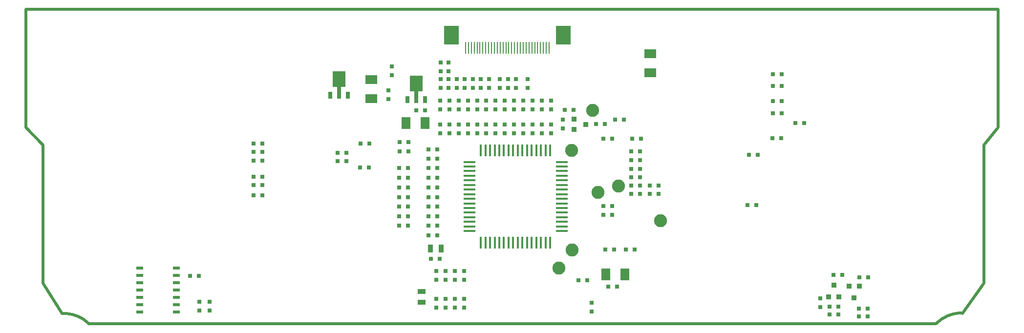
<source format=gtp>
G04 (created by PCBNEW-RS274X (2010-05-05 BZR 2356)-stable) date 10/12/2010 1:11:44 p.m.*
G01*
G70*
G90*
%MOIN*%
G04 Gerber Fmt 3.4, Leading zero omitted, Abs format*
%FSLAX34Y34*%
G04 APERTURE LIST*
%ADD10C,0.006000*%
%ADD11C,0.019700*%
%ADD12R,0.010000X0.080000*%
%ADD13R,0.100000X0.130000*%
%ADD14R,0.027600X0.047200*%
%ADD15R,0.027600X0.078700*%
%ADD16R,0.086600X0.110300*%
%ADD17R,0.035000X0.055000*%
%ADD18R,0.080000X0.060000*%
%ADD19R,0.060000X0.080000*%
%ADD20R,0.017700X0.078700*%
%ADD21R,0.078700X0.017700*%
%ADD22R,0.045000X0.020000*%
%ADD23R,0.055000X0.035000*%
%ADD24R,0.036000X0.036000*%
%ADD25R,0.025000X0.031500*%
%ADD26R,0.031500X0.025000*%
%ADD27C,0.088600*%
G04 APERTURE END LIST*
G54D10*
G54D11*
X16167Y-33349D02*
X16013Y-33209D01*
X15848Y-33083D01*
X15672Y-32972D01*
X15487Y-32876D01*
X15295Y-32797D01*
X15096Y-32736D01*
X14893Y-32691D01*
X14687Y-32665D01*
X14480Y-32657D01*
X14397Y-32658D01*
X75802Y-32654D02*
X75595Y-32656D01*
X75387Y-32676D01*
X75183Y-32714D01*
X74982Y-32769D01*
X74787Y-32842D01*
X74599Y-32932D01*
X74419Y-33038D01*
X74250Y-33159D01*
X74092Y-33294D01*
X74017Y-33366D01*
X16181Y-33366D02*
X73986Y-33366D01*
X78248Y-11909D02*
X11909Y-11909D01*
X13091Y-30610D02*
X14390Y-32657D01*
X77264Y-30610D02*
X75807Y-32657D01*
X77264Y-21161D02*
X77264Y-30610D01*
X78248Y-19980D02*
X77264Y-21161D01*
X13091Y-21161D02*
X13091Y-30610D01*
X11909Y-19980D02*
X13091Y-21161D01*
X11909Y-11909D02*
X11909Y-19980D01*
X78248Y-11909D02*
X78248Y-19980D01*
G54D12*
X43878Y-14547D03*
X44078Y-14547D03*
X44273Y-14547D03*
X44468Y-14547D03*
X44668Y-14547D03*
X44863Y-14547D03*
X45058Y-14547D03*
X45258Y-14547D03*
X45453Y-14547D03*
X45648Y-14547D03*
X43681Y-14547D03*
X45848Y-14547D03*
X46043Y-14547D03*
X43484Y-14547D03*
X47618Y-14547D03*
X46238Y-14547D03*
X46438Y-14547D03*
X46633Y-14547D03*
X46828Y-14547D03*
X47028Y-14547D03*
X47223Y-14547D03*
X47418Y-14547D03*
X43287Y-14547D03*
X43091Y-14547D03*
X42894Y-14547D03*
X42697Y-14547D03*
X42500Y-14547D03*
X42303Y-14547D03*
X42106Y-14547D03*
X41909Y-14547D03*
G54D13*
X48588Y-13667D03*
X40958Y-13667D03*
G54D14*
X37952Y-18071D03*
G54D15*
X38543Y-17914D03*
G54D14*
X39134Y-18071D03*
G54D16*
X38543Y-16969D03*
G54D17*
X40257Y-28228D03*
X39507Y-28228D03*
G54D14*
X32696Y-17776D03*
G54D15*
X33287Y-17619D03*
G54D14*
X33878Y-17776D03*
G54D16*
X33287Y-16674D03*
G54D18*
X35473Y-16711D03*
X35473Y-18011D03*
G54D19*
X52777Y-29999D03*
X51477Y-29999D03*
X37834Y-19685D03*
X39134Y-19685D03*
G54D20*
X45159Y-27831D03*
X44844Y-27831D03*
X44529Y-27831D03*
X44214Y-27831D03*
X43899Y-27831D03*
X43584Y-27831D03*
X43269Y-27831D03*
X42954Y-27831D03*
X47682Y-27831D03*
X47682Y-21535D03*
X42954Y-21535D03*
X45477Y-27831D03*
X45792Y-27831D03*
X46107Y-27831D03*
X46422Y-27831D03*
X46737Y-27831D03*
X47052Y-27831D03*
X47367Y-27831D03*
X47367Y-21535D03*
X47052Y-21535D03*
X46737Y-21535D03*
X46422Y-21535D03*
X46107Y-21535D03*
X45792Y-21535D03*
X45477Y-21535D03*
X45159Y-21535D03*
X44844Y-21535D03*
X44529Y-21535D03*
X44214Y-21535D03*
X43899Y-21535D03*
X43584Y-21535D03*
X43269Y-21535D03*
G54D21*
X42166Y-27047D03*
X42166Y-26733D03*
X42166Y-26417D03*
X42166Y-26103D03*
X42166Y-25787D03*
X42166Y-25473D03*
X42166Y-24527D03*
X42166Y-23897D03*
X42166Y-23583D03*
X42166Y-25157D03*
X42166Y-24843D03*
X42166Y-24213D03*
X42166Y-23267D03*
X42166Y-22953D03*
X42166Y-22637D03*
X42166Y-22323D03*
X48466Y-27047D03*
X48466Y-26733D03*
X48466Y-26417D03*
X48466Y-26103D03*
X48466Y-25787D03*
X48466Y-25473D03*
X48466Y-25157D03*
X48466Y-24843D03*
X48466Y-24527D03*
X48466Y-24213D03*
X48466Y-23897D03*
X48466Y-23583D03*
X48466Y-23267D03*
X48466Y-22953D03*
X48466Y-22637D03*
X48466Y-22323D03*
G54D22*
X22167Y-32574D03*
X22167Y-32074D03*
X22167Y-31574D03*
X22167Y-31074D03*
X22167Y-30574D03*
X22167Y-30074D03*
X22167Y-29574D03*
X19667Y-29574D03*
X19667Y-30074D03*
X19667Y-31074D03*
X19667Y-31574D03*
X19667Y-32074D03*
X19667Y-32574D03*
X19667Y-30574D03*
G54D23*
X38917Y-31910D03*
X38917Y-31160D03*
G54D24*
X49324Y-20114D03*
X49324Y-19414D03*
X50124Y-19764D03*
G54D25*
X37977Y-26683D03*
X37377Y-26683D03*
X37977Y-26033D03*
X37377Y-26033D03*
X37977Y-24065D03*
X37377Y-24065D03*
X37977Y-22756D03*
X37377Y-22756D03*
X38539Y-18819D03*
X39139Y-18819D03*
X37977Y-25384D03*
X37377Y-25384D03*
X37977Y-24724D03*
X37377Y-24724D03*
X37977Y-23406D03*
X37377Y-23406D03*
X38017Y-21614D03*
X37417Y-21614D03*
X53444Y-28312D03*
X52844Y-28312D03*
X51444Y-28312D03*
X52044Y-28312D03*
G54D26*
X36654Y-17455D03*
X36654Y-18055D03*
G54D25*
X40143Y-28937D03*
X39543Y-28937D03*
G54D26*
X24449Y-32466D03*
X24449Y-31866D03*
G54D25*
X52102Y-19449D03*
X52702Y-19449D03*
X39985Y-27323D03*
X39385Y-27323D03*
G54D26*
X36890Y-15801D03*
X36890Y-16401D03*
G54D25*
X33765Y-22283D03*
X33165Y-22283D03*
G54D26*
X39921Y-31669D03*
X39921Y-32269D03*
X40551Y-31669D03*
X40551Y-32269D03*
X50512Y-31944D03*
X50512Y-32544D03*
G54D25*
X33765Y-21693D03*
X33165Y-21693D03*
X53264Y-20748D03*
X53864Y-20748D03*
G54D26*
X41181Y-31669D03*
X41181Y-32269D03*
X41811Y-31669D03*
X41811Y-32269D03*
X46142Y-16669D03*
X46142Y-17269D03*
X44251Y-16669D03*
X44251Y-17269D03*
X42953Y-16669D03*
X42953Y-17269D03*
X41850Y-16669D03*
X41850Y-17269D03*
X43504Y-16669D03*
X43504Y-17269D03*
X42402Y-16669D03*
X42402Y-17269D03*
X41299Y-16669D03*
X41299Y-17269D03*
X45354Y-17269D03*
X45354Y-16669D03*
X44803Y-16669D03*
X44803Y-17269D03*
G54D25*
X37417Y-20984D03*
X38017Y-20984D03*
X39385Y-21457D03*
X39985Y-21457D03*
X39975Y-26683D03*
X39375Y-26683D03*
X39985Y-25384D03*
X39385Y-25384D03*
X39985Y-24065D03*
X39385Y-24065D03*
X39985Y-22756D03*
X39385Y-22756D03*
G54D26*
X41181Y-29779D03*
X41181Y-30379D03*
G54D25*
X39985Y-26033D03*
X39385Y-26033D03*
X39986Y-24724D03*
X39386Y-24724D03*
X39985Y-23406D03*
X39385Y-23406D03*
X39985Y-22106D03*
X39385Y-22106D03*
X51304Y-25335D03*
X51904Y-25335D03*
X54493Y-23947D03*
X55093Y-23947D03*
G54D26*
X39921Y-29764D03*
X39921Y-30379D03*
X40551Y-29779D03*
X40551Y-30379D03*
X41811Y-29779D03*
X41811Y-30379D03*
G54D25*
X51314Y-25935D03*
X51914Y-25935D03*
X54493Y-24508D03*
X55093Y-24508D03*
X52249Y-30826D03*
X51649Y-30826D03*
X49621Y-30413D03*
X50221Y-30413D03*
X23726Y-30118D03*
X23126Y-30118D03*
G54D26*
X23740Y-32466D03*
X23740Y-31866D03*
G54D25*
X50803Y-19724D03*
X51403Y-19724D03*
G54D26*
X48543Y-20024D03*
X48543Y-19424D03*
G54D25*
X49276Y-18780D03*
X48676Y-18780D03*
G54D26*
X40748Y-15527D03*
X40748Y-16127D03*
X40748Y-17269D03*
X40748Y-16669D03*
X40197Y-17269D03*
X40197Y-16669D03*
X40197Y-15526D03*
X40197Y-16126D03*
X40177Y-19779D03*
X40177Y-20379D03*
X41437Y-19779D03*
X41437Y-20379D03*
X42697Y-19779D03*
X42697Y-20379D03*
X43957Y-19779D03*
X43957Y-20379D03*
X40177Y-18125D03*
X40177Y-18725D03*
X41437Y-18125D03*
X41437Y-18725D03*
X42697Y-18125D03*
X42697Y-18725D03*
X43957Y-18125D03*
X43957Y-18725D03*
X40807Y-19779D03*
X40807Y-20379D03*
X42067Y-19779D03*
X42067Y-20379D03*
X43327Y-19779D03*
X43327Y-20379D03*
X44587Y-19779D03*
X44587Y-20379D03*
X40807Y-18125D03*
X40807Y-18725D03*
X42067Y-18125D03*
X42067Y-18725D03*
X43327Y-18125D03*
X43327Y-18725D03*
X44587Y-18125D03*
X44587Y-18725D03*
X47106Y-19779D03*
X47106Y-20379D03*
X45846Y-19779D03*
X45846Y-20379D03*
X47736Y-19779D03*
X47736Y-20379D03*
X46476Y-19779D03*
X46476Y-20379D03*
X45217Y-19779D03*
X45217Y-20379D03*
X47736Y-18125D03*
X47736Y-18725D03*
X46476Y-18125D03*
X46476Y-18725D03*
X45217Y-18125D03*
X45217Y-18725D03*
X47106Y-18125D03*
X47106Y-18725D03*
X45846Y-18125D03*
X45846Y-18725D03*
G54D25*
X51916Y-20748D03*
X51316Y-20748D03*
G54D18*
X54528Y-14941D03*
X54528Y-16241D03*
G54D25*
X34739Y-21063D03*
X35339Y-21063D03*
X34700Y-22717D03*
X35300Y-22717D03*
X67623Y-30039D03*
X67023Y-30039D03*
X28056Y-23327D03*
X27456Y-23327D03*
X61157Y-25276D03*
X61757Y-25276D03*
X68794Y-30197D03*
X69394Y-30197D03*
G54D26*
X66101Y-31629D03*
X66101Y-32229D03*
G54D25*
X66747Y-32756D03*
X67347Y-32756D03*
X62889Y-19016D03*
X63489Y-19016D03*
X28056Y-24606D03*
X27456Y-24606D03*
X62889Y-16339D03*
X63489Y-16339D03*
X28056Y-23917D03*
X27456Y-23917D03*
X68755Y-32323D03*
X69355Y-32323D03*
X61235Y-21850D03*
X61835Y-21850D03*
X28056Y-21653D03*
X27456Y-21653D03*
X62889Y-17126D03*
X63489Y-17126D03*
X28056Y-21063D03*
X27456Y-21063D03*
X62889Y-18189D03*
X63489Y-18189D03*
X62850Y-20709D03*
X63450Y-20709D03*
X64424Y-19685D03*
X65024Y-19685D03*
X28056Y-22244D03*
X27456Y-22244D03*
X67346Y-32205D03*
X66746Y-32205D03*
G54D24*
X67396Y-31542D03*
X66696Y-31542D03*
X67046Y-30742D03*
X68075Y-30820D03*
X68775Y-30820D03*
X68425Y-31620D03*
G54D27*
X49173Y-28346D03*
X49134Y-21535D03*
X50591Y-18819D03*
X48268Y-29567D03*
X55197Y-26339D03*
G54D25*
X53204Y-22795D03*
X53804Y-22795D03*
X53204Y-22205D03*
X53804Y-22205D03*
X53204Y-23386D03*
X53804Y-23386D03*
X53204Y-21614D03*
X53804Y-21614D03*
X68755Y-32874D03*
X69355Y-32874D03*
X53224Y-23947D03*
X53824Y-23947D03*
X53224Y-24508D03*
X53824Y-24508D03*
G54D27*
X50955Y-24390D03*
X52333Y-23986D03*
M02*

</source>
